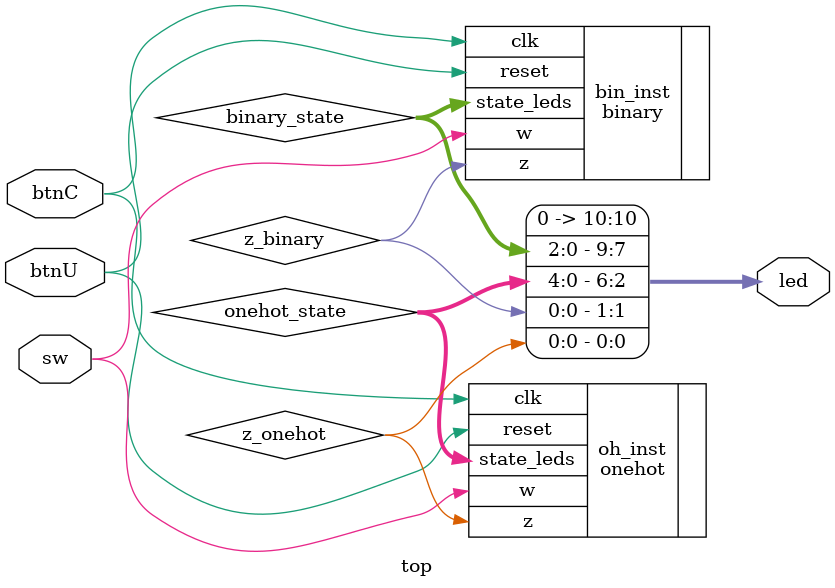
<source format=v>
module top(
    input sw,
    input btnC,
    input btnU,
    output [10:0] led
);
    wire z_onehot, z_binary;
    wire [4:0] onehot_state;
    wire [2:0] binary_state;
    
    onehot oh_inst(
        .w(sw),
        .clk(btnC),
        .reset(btnU),
        .z(z_onehot),
        .state_leds(onehot_state)
    );
    
    binary bin_inst(
        .w(sw),
        .clk(btnC),
        .reset(btnU),
        .z(z_binary),
        .state_leds(binary_state)
    );
    
    assign led = {binary_state, onehot_state, z_binary, z_onehot};
    
endmodule

</source>
